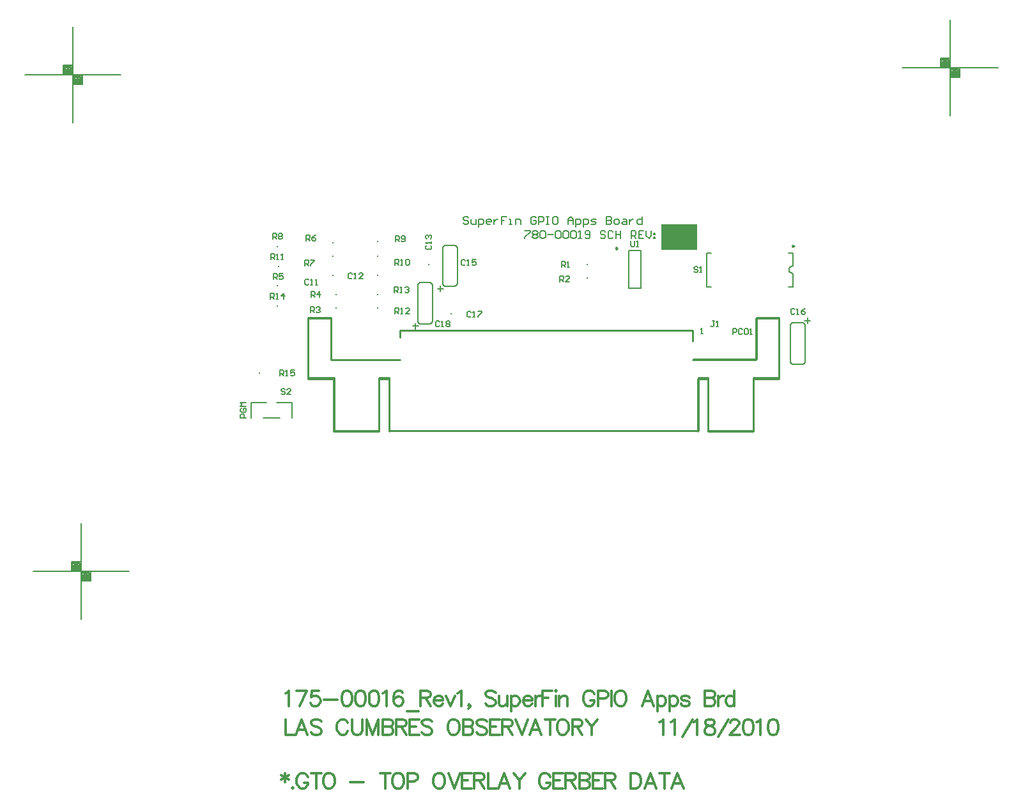
<source format=gto>
%FSLAX23Y23*%
%MOIN*%
G70*
G01*
G75*
G04 Layer_Color=65535*
%ADD10R,0.030X0.060*%
%ADD11R,0.048X0.078*%
%ADD12O,0.098X0.028*%
%ADD13R,0.031X0.060*%
%ADD14R,0.014X0.060*%
%ADD15R,0.030X0.100*%
%ADD16R,0.039X0.059*%
%ADD17R,0.050X0.050*%
%ADD18R,0.050X0.050*%
%ADD19C,0.020*%
%ADD20C,0.005*%
%ADD21C,0.010*%
%ADD22C,0.012*%
%ADD23C,0.008*%
%ADD24C,0.012*%
%ADD25C,0.012*%
%ADD26C,0.055*%
%ADD27C,0.059*%
%ADD28R,0.059X0.059*%
%ADD29R,0.059X0.059*%
%ADD30C,0.219*%
%ADD31C,0.024*%
%ADD32C,0.040*%
G04:AMPARAMS|DCode=33|XSize=93.465mil|YSize=93.465mil|CornerRadius=0mil|HoleSize=0mil|Usage=FLASHONLY|Rotation=0.000|XOffset=0mil|YOffset=0mil|HoleType=Round|Shape=Relief|Width=10mil|Gap=10mil|Entries=4|*
%AMTHD33*
7,0,0,0.093,0.073,0.010,45*
%
%ADD33THD33*%
%ADD34C,0.073*%
%ADD35C,0.075*%
G04:AMPARAMS|DCode=36|XSize=95.433mil|YSize=95.433mil|CornerRadius=0mil|HoleSize=0mil|Usage=FLASHONLY|Rotation=0.000|XOffset=0mil|YOffset=0mil|HoleType=Round|Shape=Relief|Width=10mil|Gap=10mil|Entries=4|*
%AMTHD36*
7,0,0,0.095,0.075,0.010,45*
%
%ADD36THD36*%
%ADD37C,0.206*%
G04:AMPARAMS|DCode=38|XSize=70mil|YSize=70mil|CornerRadius=0mil|HoleSize=0mil|Usage=FLASHONLY|Rotation=0.000|XOffset=0mil|YOffset=0mil|HoleType=Round|Shape=Relief|Width=10mil|Gap=10mil|Entries=4|*
%AMTHD38*
7,0,0,0.070,0.050,0.010,45*
%
%ADD38THD38*%
%ADD39C,0.050*%
%ADD40O,0.091X0.024*%
%ADD41R,0.020X0.016*%
%ADD42R,0.020X0.020*%
%ADD43O,0.079X0.024*%
%ADD44R,0.017X0.045*%
%ADD45C,0.007*%
%ADD46C,0.010*%
%ADD47C,0.010*%
%ADD48C,0.008*%
%ADD49C,0.007*%
%ADD50C,0.006*%
%ADD51R,0.189X0.132*%
D20*
X23755Y16358D02*
X23750Y16363D01*
X23740D01*
X23735Y16358D01*
Y16353D01*
X23740Y16348D01*
X23750D01*
X23755Y16343D01*
Y16338D01*
X23750Y16333D01*
X23740D01*
X23735Y16338D01*
X23765Y16333D02*
X23775D01*
X23770D01*
Y16363D01*
X23765Y16358D01*
X22542Y16394D02*
X22537Y16399D01*
X22527D01*
X22522Y16394D01*
Y16374D01*
X22527Y16369D01*
X22537D01*
X22542Y16374D01*
X22552Y16369D02*
X22562D01*
X22557D01*
Y16399D01*
X22552Y16394D01*
X22597Y16399D02*
X22577D01*
Y16384D01*
X22587Y16389D01*
X22592D01*
X22597Y16384D01*
Y16374D01*
X22592Y16369D01*
X22582D01*
X22577Y16374D01*
X23405Y16498D02*
Y16473D01*
X23410Y16468D01*
X23420D01*
X23425Y16473D01*
Y16498D01*
X23435Y16468D02*
X23445D01*
X23440D01*
Y16498D01*
X23435Y16493D01*
X23843Y16079D02*
X23833D01*
X23838D01*
Y16054D01*
X23833Y16049D01*
X23828D01*
X23823Y16054D01*
X23853Y16049D02*
X23863D01*
X23858D01*
Y16079D01*
X23853Y16074D01*
X23937Y16010D02*
Y16040D01*
X23952D01*
X23957Y16035D01*
Y16025D01*
X23952Y16020D01*
X23937D01*
X23987Y16035D02*
X23982Y16040D01*
X23972D01*
X23967Y16035D01*
Y16015D01*
X23972Y16010D01*
X23982D01*
X23987Y16015D01*
X23997Y16035D02*
X24002Y16040D01*
X24012D01*
X24017Y16035D01*
Y16015D01*
X24012Y16010D01*
X24002D01*
X23997Y16015D01*
Y16035D01*
X24027Y16010D02*
X24037D01*
X24032D01*
Y16040D01*
X24027Y16035D01*
X23771Y16012D02*
X23781D01*
X23776D01*
Y16042D01*
X23771Y16037D01*
X21603Y15721D02*
X21598Y15726D01*
X21588D01*
X21583Y15721D01*
Y15716D01*
X21588Y15711D01*
X21598D01*
X21603Y15706D01*
Y15701D01*
X21598Y15696D01*
X21588D01*
X21583Y15701D01*
X21633Y15696D02*
X21613D01*
X21633Y15716D01*
Y15721D01*
X21628Y15726D01*
X21618D01*
X21613Y15721D01*
X21576Y15793D02*
Y15823D01*
X21591D01*
X21596Y15818D01*
Y15808D01*
X21591Y15803D01*
X21576D01*
X21586D02*
X21596Y15793D01*
X21606D02*
X21616D01*
X21611D01*
Y15823D01*
X21606Y15818D01*
X21651Y15823D02*
X21631D01*
Y15808D01*
X21641Y15813D01*
X21646D01*
X21651Y15808D01*
Y15798D01*
X21646Y15793D01*
X21636D01*
X21631Y15798D01*
X21526Y16195D02*
Y16225D01*
X21541D01*
X21546Y16220D01*
Y16210D01*
X21541Y16205D01*
X21526D01*
X21536D02*
X21546Y16195D01*
X21556D02*
X21566D01*
X21561D01*
Y16225D01*
X21556Y16220D01*
X21596Y16195D02*
Y16225D01*
X21581Y16210D01*
X21601D01*
X22172Y16228D02*
Y16258D01*
X22187D01*
X22192Y16253D01*
Y16243D01*
X22187Y16238D01*
X22172D01*
X22182D02*
X22192Y16228D01*
X22202D02*
X22212D01*
X22207D01*
Y16258D01*
X22202Y16253D01*
X22227D02*
X22232Y16258D01*
X22242D01*
X22247Y16253D01*
Y16248D01*
X22242Y16243D01*
X22237D01*
X22242D01*
X22247Y16238D01*
Y16233D01*
X22242Y16228D01*
X22232D01*
X22227Y16233D01*
X22175Y16118D02*
Y16148D01*
X22190D01*
X22195Y16143D01*
Y16133D01*
X22190Y16128D01*
X22175D01*
X22185D02*
X22195Y16118D01*
X22205D02*
X22215D01*
X22210D01*
Y16148D01*
X22205Y16143D01*
X22250Y16118D02*
X22230D01*
X22250Y16138D01*
Y16143D01*
X22245Y16148D01*
X22235D01*
X22230Y16143D01*
X21527Y16400D02*
Y16430D01*
X21542D01*
X21547Y16425D01*
Y16415D01*
X21542Y16410D01*
X21527D01*
X21537D02*
X21547Y16400D01*
X21557D02*
X21567D01*
X21562D01*
Y16430D01*
X21557Y16425D01*
X21582Y16400D02*
X21592D01*
X21587D01*
Y16430D01*
X21582Y16425D01*
X22175Y16371D02*
Y16401D01*
X22190D01*
X22195Y16396D01*
Y16386D01*
X22190Y16381D01*
X22175D01*
X22185D02*
X22195Y16371D01*
X22205D02*
X22215D01*
X22210D01*
Y16401D01*
X22205Y16396D01*
X22230D02*
X22235Y16401D01*
X22245D01*
X22250Y16396D01*
Y16376D01*
X22245Y16371D01*
X22235D01*
X22230Y16376D01*
Y16396D01*
X22177Y16492D02*
Y16522D01*
X22192D01*
X22197Y16517D01*
Y16507D01*
X22192Y16502D01*
X22177D01*
X22187D02*
X22197Y16492D01*
X22207Y16497D02*
X22212Y16492D01*
X22222D01*
X22227Y16497D01*
Y16517D01*
X22222Y16522D01*
X22212D01*
X22207Y16517D01*
Y16512D01*
X22212Y16507D01*
X22227D01*
X21538Y16506D02*
Y16536D01*
X21553D01*
X21558Y16531D01*
Y16521D01*
X21553Y16516D01*
X21538D01*
X21548D02*
X21558Y16506D01*
X21568Y16531D02*
X21573Y16536D01*
X21583D01*
X21588Y16531D01*
Y16526D01*
X21583Y16521D01*
X21588Y16516D01*
Y16511D01*
X21583Y16506D01*
X21573D01*
X21568Y16511D01*
Y16516D01*
X21573Y16521D01*
X21568Y16526D01*
Y16531D01*
X21573Y16521D02*
X21583D01*
X21705Y16368D02*
Y16398D01*
X21720D01*
X21725Y16393D01*
Y16383D01*
X21720Y16378D01*
X21705D01*
X21715D02*
X21725Y16368D01*
X21735Y16398D02*
X21755D01*
Y16393D01*
X21735Y16373D01*
Y16368D01*
X21712Y16497D02*
Y16527D01*
X21727D01*
X21732Y16522D01*
Y16512D01*
X21727Y16507D01*
X21712D01*
X21722D02*
X21732Y16497D01*
X21762Y16527D02*
X21752Y16522D01*
X21742Y16512D01*
Y16502D01*
X21747Y16497D01*
X21757D01*
X21762Y16502D01*
Y16507D01*
X21757Y16512D01*
X21742D01*
X21540Y16296D02*
Y16326D01*
X21555D01*
X21560Y16321D01*
Y16311D01*
X21555Y16306D01*
X21540D01*
X21550D02*
X21560Y16296D01*
X21590Y16326D02*
X21570D01*
Y16311D01*
X21580Y16316D01*
X21585D01*
X21590Y16311D01*
Y16301D01*
X21585Y16296D01*
X21575D01*
X21570Y16301D01*
X21737Y16203D02*
Y16233D01*
X21752D01*
X21757Y16228D01*
Y16218D01*
X21752Y16213D01*
X21737D01*
X21747D02*
X21757Y16203D01*
X21782D02*
Y16233D01*
X21767Y16218D01*
X21787D01*
X21734Y16122D02*
Y16152D01*
X21749D01*
X21754Y16147D01*
Y16137D01*
X21749Y16132D01*
X21734D01*
X21744D02*
X21754Y16122D01*
X21764Y16147D02*
X21769Y16152D01*
X21779D01*
X21784Y16147D01*
Y16142D01*
X21779Y16137D01*
X21774D01*
X21779D01*
X21784Y16132D01*
Y16127D01*
X21779Y16122D01*
X21769D01*
X21764Y16127D01*
X23036Y16285D02*
Y16315D01*
X23051D01*
X23056Y16310D01*
Y16300D01*
X23051Y16295D01*
X23036D01*
X23046D02*
X23056Y16285D01*
X23086D02*
X23066D01*
X23086Y16305D01*
Y16310D01*
X23081Y16315D01*
X23071D01*
X23066Y16310D01*
X23044Y16359D02*
Y16389D01*
X23059D01*
X23064Y16384D01*
Y16374D01*
X23059Y16369D01*
X23044D01*
X23054D02*
X23064Y16359D01*
X23074D02*
X23084D01*
X23079D01*
Y16389D01*
X23074Y16384D01*
X22408Y16074D02*
X22403Y16079D01*
X22393D01*
X22388Y16074D01*
Y16054D01*
X22393Y16049D01*
X22403D01*
X22408Y16054D01*
X22418Y16049D02*
X22428D01*
X22423D01*
Y16079D01*
X22418Y16074D01*
X22443D02*
X22448Y16079D01*
X22458D01*
X22463Y16074D01*
Y16069D01*
X22458Y16064D01*
X22463Y16059D01*
Y16054D01*
X22458Y16049D01*
X22448D01*
X22443Y16054D01*
Y16059D01*
X22448Y16064D01*
X22443Y16069D01*
Y16074D01*
X22448Y16064D02*
X22458D01*
X22572Y16125D02*
X22567Y16130D01*
X22557D01*
X22552Y16125D01*
Y16105D01*
X22557Y16100D01*
X22567D01*
X22572Y16105D01*
X22582Y16100D02*
X22592D01*
X22587D01*
Y16130D01*
X22582Y16125D01*
X22607Y16130D02*
X22627D01*
Y16125D01*
X22607Y16105D01*
Y16100D01*
X24261Y16139D02*
X24256Y16144D01*
X24246D01*
X24241Y16139D01*
Y16119D01*
X24246Y16114D01*
X24256D01*
X24261Y16119D01*
X24271Y16114D02*
X24281D01*
X24276D01*
Y16144D01*
X24271Y16139D01*
X24316Y16144D02*
X24306Y16139D01*
X24296Y16129D01*
Y16119D01*
X24301Y16114D01*
X24311D01*
X24316Y16119D01*
Y16124D01*
X24311Y16129D01*
X24296D01*
X22340Y16473D02*
X22335Y16468D01*
Y16458D01*
X22340Y16453D01*
X22360D01*
X22365Y16458D01*
Y16468D01*
X22360Y16473D01*
X22365Y16483D02*
Y16493D01*
Y16488D01*
X22335D01*
X22340Y16483D01*
Y16508D02*
X22335Y16513D01*
Y16523D01*
X22340Y16528D01*
X22345D01*
X22350Y16523D01*
Y16518D01*
Y16523D01*
X22355Y16528D01*
X22360D01*
X22365Y16523D01*
Y16513D01*
X22360Y16508D01*
X21952Y16325D02*
X21947Y16330D01*
X21937D01*
X21932Y16325D01*
Y16305D01*
X21937Y16300D01*
X21947D01*
X21952Y16305D01*
X21962Y16300D02*
X21972D01*
X21967D01*
Y16330D01*
X21962Y16325D01*
X22007Y16300D02*
X21987D01*
X22007Y16320D01*
Y16325D01*
X22002Y16330D01*
X21992D01*
X21987Y16325D01*
X21726Y16292D02*
X21721Y16297D01*
X21711D01*
X21706Y16292D01*
Y16272D01*
X21711Y16267D01*
X21721D01*
X21726Y16272D01*
X21736Y16267D02*
X21746D01*
X21741D01*
Y16297D01*
X21736Y16292D01*
X21761Y16267D02*
X21771D01*
X21766D01*
Y16297D01*
X21761Y16292D01*
X21399Y15574D02*
X21369D01*
Y15589D01*
X21374Y15594D01*
X21384D01*
X21389Y15589D01*
Y15574D01*
X21374Y15624D02*
X21369Y15619D01*
Y15609D01*
X21374Y15604D01*
X21394D01*
X21399Y15609D01*
Y15619D01*
X21394Y15624D01*
X21384D01*
Y15614D01*
X21399Y15634D02*
X21369D01*
X21379Y15644D01*
X21369Y15654D01*
X21399D01*
D21*
X24257Y16471D02*
X24249Y16475D01*
Y16467D01*
X24257Y16471D01*
X22200Y15995D02*
Y16030D01*
X23729D01*
X24059Y15877D02*
Y16093D01*
X24178Y15778D02*
Y16093D01*
X23756Y15503D02*
Y15778D01*
X23807Y15503D02*
Y15778D01*
X24044Y15503D02*
Y15778D01*
X23756D02*
X23807D01*
X24059Y16093D02*
X24178D01*
X24044Y15778D02*
X24178D01*
X23729Y15877D02*
X24059D01*
X23807Y15503D02*
X24044D01*
X21856D02*
X22092D01*
X21722Y15778D02*
X21856D01*
X21722Y16093D02*
X21840D01*
X22092Y15778D02*
X22144D01*
X21856Y15503D02*
Y15778D01*
X22092Y15503D02*
Y15778D01*
X22144Y15503D02*
Y15778D01*
X21722D02*
Y16093D01*
X21840Y15877D02*
Y16093D01*
X21841Y15881D02*
Y16097D01*
X21723Y15782D02*
Y16097D01*
X22145Y15507D02*
Y15782D01*
X22093Y15507D02*
Y15782D01*
X21857Y15507D02*
Y15782D01*
X22093D02*
X22145D01*
X21723Y16097D02*
X21841D01*
X21723Y15782D02*
X21857D01*
X21841Y15876D02*
X22200D01*
X21857Y15507D02*
X22093D01*
X22144D02*
X23757D01*
X23809D02*
X24045D01*
X23730Y15881D02*
X24061D01*
X24045Y15782D02*
X24179D01*
X24061Y16097D02*
X24179D01*
X23757Y15782D02*
X23809D01*
X24045Y15507D02*
Y15782D01*
X23809Y15507D02*
Y15782D01*
X23757Y15507D02*
Y15782D01*
X24179D02*
Y16097D01*
X24061Y15881D02*
Y16097D01*
X23728Y15972D02*
X23729Y16030D01*
D22*
X21602Y13720D02*
Y13675D01*
X21583Y13709D02*
X21621Y13686D01*
Y13709D02*
X21583Y13686D01*
X21641Y13648D02*
X21637Y13644D01*
X21641Y13640D01*
X21645Y13644D01*
X21641Y13648D01*
X21720Y13701D02*
X21716Y13709D01*
X21708Y13716D01*
X21701Y13720D01*
X21685D01*
X21678Y13716D01*
X21670Y13709D01*
X21666Y13701D01*
X21662Y13690D01*
Y13671D01*
X21666Y13659D01*
X21670Y13652D01*
X21678Y13644D01*
X21685Y13640D01*
X21701D01*
X21708Y13644D01*
X21716Y13652D01*
X21720Y13659D01*
Y13671D01*
X21701D02*
X21720D01*
X21765Y13720D02*
Y13640D01*
X21738Y13720D02*
X21791D01*
X21824D02*
X21816Y13716D01*
X21808Y13709D01*
X21805Y13701D01*
X21801Y13690D01*
Y13671D01*
X21805Y13659D01*
X21808Y13652D01*
X21816Y13644D01*
X21824Y13640D01*
X21839D01*
X21846Y13644D01*
X21854Y13652D01*
X21858Y13659D01*
X21862Y13671D01*
Y13690D01*
X21858Y13701D01*
X21854Y13709D01*
X21846Y13716D01*
X21839Y13720D01*
X21824D01*
X21943Y13675D02*
X22012D01*
X22125Y13720D02*
Y13640D01*
X22098Y13720D02*
X22152D01*
X22184D02*
X22176Y13716D01*
X22169Y13709D01*
X22165Y13701D01*
X22161Y13690D01*
Y13671D01*
X22165Y13659D01*
X22169Y13652D01*
X22176Y13644D01*
X22184Y13640D01*
X22199D01*
X22207Y13644D01*
X22214Y13652D01*
X22218Y13659D01*
X22222Y13671D01*
Y13690D01*
X22218Y13701D01*
X22214Y13709D01*
X22207Y13716D01*
X22199Y13720D01*
X22184D01*
X22241Y13678D02*
X22275D01*
X22286Y13682D01*
X22290Y13686D01*
X22294Y13694D01*
Y13705D01*
X22290Y13713D01*
X22286Y13716D01*
X22275Y13720D01*
X22241D01*
Y13640D01*
X22398Y13720D02*
X22390Y13716D01*
X22382Y13709D01*
X22379Y13701D01*
X22375Y13690D01*
Y13671D01*
X22379Y13659D01*
X22382Y13652D01*
X22390Y13644D01*
X22398Y13640D01*
X22413D01*
X22420Y13644D01*
X22428Y13652D01*
X22432Y13659D01*
X22436Y13671D01*
Y13690D01*
X22432Y13701D01*
X22428Y13709D01*
X22420Y13716D01*
X22413Y13720D01*
X22398D01*
X22454D02*
X22485Y13640D01*
X22515Y13720D02*
X22485Y13640D01*
X22575Y13720D02*
X22526D01*
Y13640D01*
X22575D01*
X22526Y13682D02*
X22556D01*
X22588Y13720D02*
Y13640D01*
Y13720D02*
X22623D01*
X22634Y13716D01*
X22638Y13713D01*
X22642Y13705D01*
Y13697D01*
X22638Y13690D01*
X22634Y13686D01*
X22623Y13682D01*
X22588D01*
X22615D02*
X22642Y13640D01*
X22660Y13720D02*
Y13640D01*
X22705D01*
X22775D02*
X22745Y13720D01*
X22714Y13640D01*
X22725Y13667D02*
X22764D01*
X22794Y13720D02*
X22824Y13682D01*
Y13640D01*
X22855Y13720D02*
X22824Y13682D01*
X22985Y13701D02*
X22981Y13709D01*
X22973Y13716D01*
X22966Y13720D01*
X22951D01*
X22943Y13716D01*
X22935Y13709D01*
X22932Y13701D01*
X22928Y13690D01*
Y13671D01*
X22932Y13659D01*
X22935Y13652D01*
X22943Y13644D01*
X22951Y13640D01*
X22966D01*
X22973Y13644D01*
X22981Y13652D01*
X22985Y13659D01*
Y13671D01*
X22966D02*
X22985D01*
X23053Y13720D02*
X23003D01*
Y13640D01*
X23053D01*
X23003Y13682D02*
X23034D01*
X23066Y13720D02*
Y13640D01*
Y13720D02*
X23100D01*
X23112Y13716D01*
X23115Y13713D01*
X23119Y13705D01*
Y13697D01*
X23115Y13690D01*
X23112Y13686D01*
X23100Y13682D01*
X23066D01*
X23093D02*
X23119Y13640D01*
X23137Y13720D02*
Y13640D01*
Y13720D02*
X23171D01*
X23183Y13716D01*
X23187Y13713D01*
X23191Y13705D01*
Y13697D01*
X23187Y13690D01*
X23183Y13686D01*
X23171Y13682D01*
X23137D02*
X23171D01*
X23183Y13678D01*
X23187Y13675D01*
X23191Y13667D01*
Y13656D01*
X23187Y13648D01*
X23183Y13644D01*
X23171Y13640D01*
X23137D01*
X23258Y13720D02*
X23208D01*
Y13640D01*
X23258D01*
X23208Y13682D02*
X23239D01*
X23271Y13720D02*
Y13640D01*
Y13720D02*
X23306D01*
X23317Y13716D01*
X23321Y13713D01*
X23325Y13705D01*
Y13697D01*
X23321Y13690D01*
X23317Y13686D01*
X23306Y13682D01*
X23271D01*
X23298D02*
X23325Y13640D01*
X23405Y13720D02*
Y13640D01*
Y13720D02*
X23432D01*
X23443Y13716D01*
X23451Y13709D01*
X23455Y13701D01*
X23459Y13690D01*
Y13671D01*
X23455Y13659D01*
X23451Y13652D01*
X23443Y13644D01*
X23432Y13640D01*
X23405D01*
X23538D02*
X23507Y13720D01*
X23477Y13640D01*
X23488Y13667D02*
X23526D01*
X23583Y13720D02*
Y13640D01*
X23556Y13720D02*
X23609D01*
X23680Y13640D02*
X23649Y13720D01*
X23619Y13640D01*
X23630Y13667D02*
X23669D01*
D23*
X22438Y16475D02*
X22428Y16471D01*
X22424Y16461D01*
X22500D02*
X22495Y16471D01*
X22486Y16475D01*
Y16259D02*
X22495Y16263D01*
X22500Y16273D01*
X22424D02*
X22428Y16263D01*
X22438Y16259D01*
X22308Y16280D02*
X22298Y16276D01*
X22294Y16266D01*
X22370D02*
X22365Y16276D01*
X22356Y16280D01*
Y16064D02*
X22365Y16068D01*
X22370Y16078D01*
X22294D02*
X22298Y16068D01*
X22308Y16064D01*
X24301Y15854D02*
X24310Y15858D01*
X24315Y15868D01*
X24239D02*
X24243Y15858D01*
X24253Y15854D01*
Y16070D02*
X24243Y16066D01*
X24239Y16056D01*
X24315D02*
X24310Y16066D01*
X24301Y16070D01*
X22500Y16273D02*
Y16461D01*
X22424Y16273D02*
Y16461D01*
X22438Y16259D02*
X22486D01*
X22438Y16475D02*
X22486D01*
X22370Y16078D02*
Y16266D01*
X22294Y16078D02*
Y16266D01*
X22308Y16064D02*
X22356D01*
X22308Y16280D02*
X22356D01*
X24239Y15868D02*
Y16056D01*
X24315Y15868D02*
Y16056D01*
X24253Y16070D02*
X24301D01*
X24253Y15854D02*
X24301D01*
X24820Y17399D02*
X25320D01*
X25070Y17149D02*
Y17649D01*
X25020Y17399D02*
Y17449D01*
X25070D01*
X25120Y17349D02*
Y17399D01*
X25070Y17349D02*
X25120D01*
X25075Y17394D02*
X25115D01*
Y17354D02*
Y17394D01*
X25075Y17354D02*
X25115D01*
X25075D02*
Y17394D01*
X25080Y17389D02*
X25110D01*
Y17359D02*
Y17389D01*
X25080Y17359D02*
X25110D01*
X25080D02*
Y17384D01*
X25085D02*
X25105D01*
Y17364D02*
Y17384D01*
X25085Y17364D02*
X25105D01*
X25085D02*
Y17379D01*
X25090D02*
X25100D01*
Y17369D02*
Y17379D01*
X25090Y17369D02*
X25100D01*
X25090D02*
Y17379D01*
Y17374D02*
X25100D01*
X25025Y17444D02*
X25065D01*
Y17404D02*
Y17444D01*
X25025Y17404D02*
X25065D01*
X25025D02*
Y17444D01*
X25030Y17439D02*
X25060D01*
Y17409D02*
Y17439D01*
X25030Y17409D02*
X25060D01*
X25030D02*
Y17434D01*
X25035D02*
X25055D01*
Y17414D02*
Y17434D01*
X25035Y17414D02*
X25055D01*
X25035D02*
Y17429D01*
X25040D02*
X25050D01*
Y17419D02*
Y17429D01*
X25040Y17419D02*
X25050D01*
X25040D02*
Y17429D01*
Y17424D02*
X25050D01*
X20287Y14772D02*
X20787D01*
X20537Y14522D02*
Y15022D01*
X20487Y14772D02*
Y14822D01*
X20537D01*
X20587Y14722D02*
Y14772D01*
X20537Y14722D02*
X20587D01*
X20542Y14767D02*
X20582D01*
Y14727D02*
Y14767D01*
X20542Y14727D02*
X20582D01*
X20542D02*
Y14767D01*
X20547Y14762D02*
X20577D01*
Y14732D02*
Y14762D01*
X20547Y14732D02*
X20577D01*
X20547D02*
Y14757D01*
X20552D02*
X20572D01*
Y14737D02*
Y14757D01*
X20552Y14737D02*
X20572D01*
X20552D02*
Y14752D01*
X20557D02*
X20567D01*
Y14742D02*
Y14752D01*
X20557Y14742D02*
X20567D01*
X20557D02*
Y14752D01*
Y14747D02*
X20567D01*
X20492Y14817D02*
X20532D01*
Y14777D02*
Y14817D01*
X20492Y14777D02*
X20532D01*
X20492D02*
Y14817D01*
X20497Y14812D02*
X20527D01*
Y14782D02*
Y14812D01*
X20497Y14782D02*
X20527D01*
X20497D02*
Y14807D01*
X20502D02*
X20522D01*
Y14787D02*
Y14807D01*
X20502Y14787D02*
X20522D01*
X20502D02*
Y14802D01*
X20507D02*
X20517D01*
Y14792D02*
Y14802D01*
X20507Y14792D02*
X20517D01*
X20507D02*
Y14802D01*
Y14797D02*
X20517D01*
X20246Y17365D02*
X20746D01*
X20496Y17115D02*
Y17615D01*
X20446Y17365D02*
Y17415D01*
X20496D01*
X20546Y17315D02*
Y17365D01*
X20496Y17315D02*
X20546D01*
X20501Y17360D02*
X20541D01*
Y17320D02*
Y17360D01*
X20501Y17320D02*
X20541D01*
X20501D02*
Y17360D01*
X20506Y17355D02*
X20536D01*
Y17325D02*
Y17355D01*
X20506Y17325D02*
X20536D01*
X20506D02*
Y17350D01*
X20511D02*
X20531D01*
Y17330D02*
Y17350D01*
X20511Y17330D02*
X20531D01*
X20511D02*
Y17345D01*
X20516D02*
X20526D01*
Y17335D02*
Y17345D01*
X20516Y17335D02*
X20526D01*
X20516D02*
Y17345D01*
Y17340D02*
X20526D01*
X20451Y17410D02*
X20491D01*
Y17370D02*
Y17410D01*
X20451Y17370D02*
X20491D01*
X20451D02*
Y17410D01*
X20456Y17405D02*
X20486D01*
Y17375D02*
Y17405D01*
X20456Y17375D02*
X20486D01*
X20456D02*
Y17400D01*
X20461D02*
X20481D01*
Y17380D02*
Y17400D01*
X20461Y17380D02*
X20481D01*
X20461D02*
Y17395D01*
X20466D02*
X20476D01*
Y17385D02*
Y17395D01*
X20466Y17385D02*
X20476D01*
X20466D02*
Y17395D01*
Y17390D02*
X20476D01*
D24*
X21604Y14001D02*
Y13921D01*
X21650D01*
X21719D02*
X21689Y14001D01*
X21658Y13921D01*
X21670Y13948D02*
X21708D01*
X21791Y13989D02*
X21784Y13997D01*
X21772Y14001D01*
X21757D01*
X21746Y13997D01*
X21738Y13989D01*
Y13982D01*
X21742Y13974D01*
X21746Y13970D01*
X21753Y13967D01*
X21776Y13959D01*
X21784Y13955D01*
X21787Y13951D01*
X21791Y13944D01*
Y13932D01*
X21784Y13925D01*
X21772Y13921D01*
X21757D01*
X21746Y13925D01*
X21738Y13932D01*
X21929Y13982D02*
X21925Y13989D01*
X21918Y13997D01*
X21910Y14001D01*
X21895D01*
X21887Y13997D01*
X21880Y13989D01*
X21876Y13982D01*
X21872Y13970D01*
Y13951D01*
X21876Y13940D01*
X21880Y13932D01*
X21887Y13925D01*
X21895Y13921D01*
X21910D01*
X21918Y13925D01*
X21925Y13932D01*
X21929Y13940D01*
X21952Y14001D02*
Y13944D01*
X21955Y13932D01*
X21963Y13925D01*
X21974Y13921D01*
X21982D01*
X21994Y13925D01*
X22001Y13932D01*
X22005Y13944D01*
Y14001D01*
X22027D02*
Y13921D01*
Y14001D02*
X22058Y13921D01*
X22088Y14001D02*
X22058Y13921D01*
X22088Y14001D02*
Y13921D01*
X22111Y14001D02*
Y13921D01*
Y14001D02*
X22145D01*
X22157Y13997D01*
X22160Y13993D01*
X22164Y13986D01*
Y13978D01*
X22160Y13970D01*
X22157Y13967D01*
X22145Y13963D01*
X22111D02*
X22145D01*
X22157Y13959D01*
X22160Y13955D01*
X22164Y13948D01*
Y13936D01*
X22160Y13928D01*
X22157Y13925D01*
X22145Y13921D01*
X22111D01*
X22182Y14001D02*
Y13921D01*
Y14001D02*
X22216D01*
X22228Y13997D01*
X22232Y13993D01*
X22235Y13986D01*
Y13978D01*
X22232Y13970D01*
X22228Y13967D01*
X22216Y13963D01*
X22182D01*
X22209D02*
X22235Y13921D01*
X22303Y14001D02*
X22253D01*
Y13921D01*
X22303D01*
X22253Y13963D02*
X22284D01*
X22369Y13989D02*
X22362Y13997D01*
X22350Y14001D01*
X22335D01*
X22324Y13997D01*
X22316Y13989D01*
Y13982D01*
X22320Y13974D01*
X22324Y13970D01*
X22331Y13967D01*
X22354Y13959D01*
X22362Y13955D01*
X22366Y13951D01*
X22369Y13944D01*
Y13932D01*
X22362Y13925D01*
X22350Y13921D01*
X22335D01*
X22324Y13925D01*
X22316Y13932D01*
X22473Y14001D02*
X22465Y13997D01*
X22458Y13989D01*
X22454Y13982D01*
X22450Y13970D01*
Y13951D01*
X22454Y13940D01*
X22458Y13932D01*
X22465Y13925D01*
X22473Y13921D01*
X22488D01*
X22496Y13925D01*
X22504Y13932D01*
X22507Y13940D01*
X22511Y13951D01*
Y13970D01*
X22507Y13982D01*
X22504Y13989D01*
X22496Y13997D01*
X22488Y14001D01*
X22473D01*
X22530D02*
Y13921D01*
Y14001D02*
X22564D01*
X22576Y13997D01*
X22579Y13993D01*
X22583Y13986D01*
Y13978D01*
X22579Y13970D01*
X22576Y13967D01*
X22564Y13963D01*
X22530D02*
X22564D01*
X22576Y13959D01*
X22579Y13955D01*
X22583Y13948D01*
Y13936D01*
X22579Y13928D01*
X22576Y13925D01*
X22564Y13921D01*
X22530D01*
X22654Y13989D02*
X22647Y13997D01*
X22635Y14001D01*
X22620D01*
X22609Y13997D01*
X22601Y13989D01*
Y13982D01*
X22605Y13974D01*
X22609Y13970D01*
X22616Y13967D01*
X22639Y13959D01*
X22647Y13955D01*
X22651Y13951D01*
X22654Y13944D01*
Y13932D01*
X22647Y13925D01*
X22635Y13921D01*
X22620D01*
X22609Y13925D01*
X22601Y13932D01*
X22722Y14001D02*
X22672D01*
Y13921D01*
X22722D01*
X22672Y13963D02*
X22703D01*
X22735Y14001D02*
Y13921D01*
Y14001D02*
X22769D01*
X22781Y13997D01*
X22785Y13993D01*
X22788Y13986D01*
Y13978D01*
X22785Y13970D01*
X22781Y13967D01*
X22769Y13963D01*
X22735D01*
X22762D02*
X22788Y13921D01*
X22806Y14001D02*
X22837Y13921D01*
X22867Y14001D02*
X22837Y13921D01*
X22938D02*
X22908Y14001D01*
X22878Y13921D01*
X22889Y13948D02*
X22927D01*
X22984Y14001D02*
Y13921D01*
X22957Y14001D02*
X23010D01*
X23043D02*
X23035Y13997D01*
X23028Y13989D01*
X23024Y13982D01*
X23020Y13970D01*
Y13951D01*
X23024Y13940D01*
X23028Y13932D01*
X23035Y13925D01*
X23043Y13921D01*
X23058D01*
X23066Y13925D01*
X23073Y13932D01*
X23077Y13940D01*
X23081Y13951D01*
Y13970D01*
X23077Y13982D01*
X23073Y13989D01*
X23066Y13997D01*
X23058Y14001D01*
X23043D01*
X23100D02*
Y13921D01*
Y14001D02*
X23134D01*
X23145Y13997D01*
X23149Y13993D01*
X23153Y13986D01*
Y13978D01*
X23149Y13970D01*
X23145Y13967D01*
X23134Y13963D01*
X23100D01*
X23126D02*
X23153Y13921D01*
X23171Y14001D02*
X23201Y13963D01*
Y13921D01*
X23232Y14001D02*
X23201Y13963D01*
X23556Y13986D02*
X23564Y13989D01*
X23575Y14001D01*
Y13921D01*
X23615Y13986D02*
X23623Y13989D01*
X23634Y14001D01*
Y13921D01*
X23674Y13909D02*
X23727Y14001D01*
X23732Y13986D02*
X23740Y13989D01*
X23751Y14001D01*
Y13921D01*
X23810Y14001D02*
X23798Y13997D01*
X23795Y13989D01*
Y13982D01*
X23798Y13974D01*
X23806Y13970D01*
X23821Y13967D01*
X23833Y13963D01*
X23840Y13955D01*
X23844Y13948D01*
Y13936D01*
X23840Y13928D01*
X23837Y13925D01*
X23825Y13921D01*
X23810D01*
X23798Y13925D01*
X23795Y13928D01*
X23791Y13936D01*
Y13948D01*
X23795Y13955D01*
X23802Y13963D01*
X23814Y13967D01*
X23829Y13970D01*
X23837Y13974D01*
X23840Y13982D01*
Y13989D01*
X23837Y13997D01*
X23825Y14001D01*
X23810D01*
X23862Y13909D02*
X23915Y14001D01*
X23925Y13982D02*
Y13986D01*
X23928Y13993D01*
X23932Y13997D01*
X23940Y14001D01*
X23955D01*
X23963Y13997D01*
X23966Y13993D01*
X23970Y13986D01*
Y13978D01*
X23966Y13970D01*
X23959Y13959D01*
X23921Y13921D01*
X23974D01*
X24015Y14001D02*
X24003Y13997D01*
X23996Y13986D01*
X23992Y13967D01*
Y13955D01*
X23996Y13936D01*
X24003Y13925D01*
X24015Y13921D01*
X24022D01*
X24034Y13925D01*
X24041Y13936D01*
X24045Y13955D01*
Y13967D01*
X24041Y13986D01*
X24034Y13997D01*
X24022Y14001D01*
X24015D01*
X24063Y13986D02*
X24071Y13989D01*
X24082Y14001D01*
Y13921D01*
X24145Y14001D02*
X24133Y13997D01*
X24126Y13986D01*
X24122Y13967D01*
Y13955D01*
X24126Y13936D01*
X24133Y13925D01*
X24145Y13921D01*
X24152D01*
X24164Y13925D01*
X24171Y13936D01*
X24175Y13955D01*
Y13967D01*
X24171Y13986D01*
X24164Y13997D01*
X24152Y14001D01*
X24145D01*
D25*
X21604Y14136D02*
X21612Y14139D01*
X21623Y14151D01*
Y14071D01*
X21716Y14151D02*
X21678Y14071D01*
X21663Y14151D02*
X21716D01*
X21779D02*
X21741D01*
X21738Y14117D01*
X21741Y14120D01*
X21753Y14124D01*
X21764D01*
X21776Y14120D01*
X21783Y14113D01*
X21787Y14101D01*
Y14094D01*
X21783Y14082D01*
X21776Y14075D01*
X21764Y14071D01*
X21753D01*
X21741Y14075D01*
X21738Y14079D01*
X21734Y14086D01*
X21805Y14105D02*
X21874D01*
X21920Y14151D02*
X21909Y14147D01*
X21901Y14136D01*
X21897Y14117D01*
Y14105D01*
X21901Y14086D01*
X21909Y14075D01*
X21920Y14071D01*
X21928D01*
X21939Y14075D01*
X21947Y14086D01*
X21950Y14105D01*
Y14117D01*
X21947Y14136D01*
X21939Y14147D01*
X21928Y14151D01*
X21920D01*
X21991D02*
X21980Y14147D01*
X21972Y14136D01*
X21968Y14117D01*
Y14105D01*
X21972Y14086D01*
X21980Y14075D01*
X21991Y14071D01*
X21999D01*
X22010Y14075D01*
X22018Y14086D01*
X22022Y14105D01*
Y14117D01*
X22018Y14136D01*
X22010Y14147D01*
X21999Y14151D01*
X21991D01*
X22062D02*
X22051Y14147D01*
X22043Y14136D01*
X22040Y14117D01*
Y14105D01*
X22043Y14086D01*
X22051Y14075D01*
X22062Y14071D01*
X22070D01*
X22082Y14075D01*
X22089Y14086D01*
X22093Y14105D01*
Y14117D01*
X22089Y14136D01*
X22082Y14147D01*
X22070Y14151D01*
X22062D01*
X22111Y14136D02*
X22118Y14139D01*
X22130Y14151D01*
Y14071D01*
X22215Y14139D02*
X22211Y14147D01*
X22200Y14151D01*
X22192D01*
X22181Y14147D01*
X22173Y14136D01*
X22169Y14117D01*
Y14098D01*
X22173Y14082D01*
X22181Y14075D01*
X22192Y14071D01*
X22196D01*
X22208Y14075D01*
X22215Y14082D01*
X22219Y14094D01*
Y14098D01*
X22215Y14109D01*
X22208Y14117D01*
X22196Y14120D01*
X22192D01*
X22181Y14117D01*
X22173Y14109D01*
X22169Y14098D01*
X22237Y14044D02*
X22297D01*
X22308Y14151D02*
Y14071D01*
Y14151D02*
X22342D01*
X22353Y14147D01*
X22357Y14143D01*
X22361Y14136D01*
Y14128D01*
X22357Y14120D01*
X22353Y14117D01*
X22342Y14113D01*
X22308D01*
X22334D02*
X22361Y14071D01*
X22379Y14101D02*
X22425D01*
Y14109D01*
X22421Y14117D01*
X22417Y14120D01*
X22409Y14124D01*
X22398D01*
X22390Y14120D01*
X22383Y14113D01*
X22379Y14101D01*
Y14094D01*
X22383Y14082D01*
X22390Y14075D01*
X22398Y14071D01*
X22409D01*
X22417Y14075D01*
X22425Y14082D01*
X22442Y14124D02*
X22465Y14071D01*
X22488Y14124D02*
X22465Y14071D01*
X22500Y14136D02*
X22508Y14139D01*
X22520Y14151D01*
Y14071D01*
X22567Y14075D02*
X22563Y14071D01*
X22559Y14075D01*
X22563Y14079D01*
X22567Y14075D01*
Y14067D01*
X22563Y14059D01*
X22559Y14056D01*
X22700Y14139D02*
X22693Y14147D01*
X22681Y14151D01*
X22666D01*
X22655Y14147D01*
X22647Y14139D01*
Y14132D01*
X22651Y14124D01*
X22655Y14120D01*
X22662Y14117D01*
X22685Y14109D01*
X22693Y14105D01*
X22697Y14101D01*
X22700Y14094D01*
Y14082D01*
X22693Y14075D01*
X22681Y14071D01*
X22666D01*
X22655Y14075D01*
X22647Y14082D01*
X22718Y14124D02*
Y14086D01*
X22722Y14075D01*
X22730Y14071D01*
X22741D01*
X22749Y14075D01*
X22760Y14086D01*
Y14124D02*
Y14071D01*
X22781Y14124D02*
Y14044D01*
Y14113D02*
X22789Y14120D01*
X22796Y14124D01*
X22808D01*
X22815Y14120D01*
X22823Y14113D01*
X22827Y14101D01*
Y14094D01*
X22823Y14082D01*
X22815Y14075D01*
X22808Y14071D01*
X22796D01*
X22789Y14075D01*
X22781Y14082D01*
X22844Y14101D02*
X22890D01*
Y14109D01*
X22886Y14117D01*
X22882Y14120D01*
X22874Y14124D01*
X22863D01*
X22855Y14120D01*
X22848Y14113D01*
X22844Y14101D01*
Y14094D01*
X22848Y14082D01*
X22855Y14075D01*
X22863Y14071D01*
X22874D01*
X22882Y14075D01*
X22890Y14082D01*
X22907Y14124D02*
Y14071D01*
Y14101D02*
X22911Y14113D01*
X22918Y14120D01*
X22926Y14124D01*
X22937D01*
X22945Y14151D02*
Y14071D01*
Y14151D02*
X22994D01*
X22945Y14113D02*
X22975D01*
X23011Y14151D02*
X23015Y14147D01*
X23018Y14151D01*
X23015Y14155D01*
X23011Y14151D01*
X23015Y14124D02*
Y14071D01*
X23033Y14124D02*
Y14071D01*
Y14109D02*
X23044Y14120D01*
X23052Y14124D01*
X23063D01*
X23071Y14120D01*
X23074Y14109D01*
Y14071D01*
X23215Y14132D02*
X23212Y14139D01*
X23204Y14147D01*
X23196Y14151D01*
X23181D01*
X23173Y14147D01*
X23166Y14139D01*
X23162Y14132D01*
X23158Y14120D01*
Y14101D01*
X23162Y14090D01*
X23166Y14082D01*
X23173Y14075D01*
X23181Y14071D01*
X23196D01*
X23204Y14075D01*
X23212Y14082D01*
X23215Y14090D01*
Y14101D01*
X23196D02*
X23215D01*
X23234Y14109D02*
X23268D01*
X23279Y14113D01*
X23283Y14117D01*
X23287Y14124D01*
Y14136D01*
X23283Y14143D01*
X23279Y14147D01*
X23268Y14151D01*
X23234D01*
Y14071D01*
X23305Y14151D02*
Y14071D01*
X23344Y14151D02*
X23337Y14147D01*
X23329Y14139D01*
X23325Y14132D01*
X23322Y14120D01*
Y14101D01*
X23325Y14090D01*
X23329Y14082D01*
X23337Y14075D01*
X23344Y14071D01*
X23360D01*
X23367Y14075D01*
X23375Y14082D01*
X23379Y14090D01*
X23383Y14101D01*
Y14120D01*
X23379Y14132D01*
X23375Y14139D01*
X23367Y14147D01*
X23360Y14151D01*
X23344D01*
X23525Y14071D02*
X23495Y14151D01*
X23464Y14071D01*
X23476Y14098D02*
X23514D01*
X23544Y14124D02*
Y14044D01*
Y14113D02*
X23551Y14120D01*
X23559Y14124D01*
X23570D01*
X23578Y14120D01*
X23586Y14113D01*
X23589Y14101D01*
Y14094D01*
X23586Y14082D01*
X23578Y14075D01*
X23570Y14071D01*
X23559D01*
X23551Y14075D01*
X23544Y14082D01*
X23607Y14124D02*
Y14044D01*
Y14113D02*
X23614Y14120D01*
X23622Y14124D01*
X23633D01*
X23641Y14120D01*
X23648Y14113D01*
X23652Y14101D01*
Y14094D01*
X23648Y14082D01*
X23641Y14075D01*
X23633Y14071D01*
X23622D01*
X23614Y14075D01*
X23607Y14082D01*
X23711Y14113D02*
X23707Y14120D01*
X23696Y14124D01*
X23685D01*
X23673Y14120D01*
X23669Y14113D01*
X23673Y14105D01*
X23681Y14101D01*
X23700Y14098D01*
X23707Y14094D01*
X23711Y14086D01*
Y14082D01*
X23707Y14075D01*
X23696Y14071D01*
X23685D01*
X23673Y14075D01*
X23669Y14082D01*
X23791Y14151D02*
Y14071D01*
Y14151D02*
X23825D01*
X23837Y14147D01*
X23840Y14143D01*
X23844Y14136D01*
Y14128D01*
X23840Y14120D01*
X23837Y14117D01*
X23825Y14113D01*
X23791D02*
X23825D01*
X23837Y14109D01*
X23840Y14105D01*
X23844Y14098D01*
Y14086D01*
X23840Y14079D01*
X23837Y14075D01*
X23825Y14071D01*
X23791D01*
X23862Y14124D02*
Y14071D01*
Y14101D02*
X23866Y14113D01*
X23874Y14120D01*
X23881Y14124D01*
X23893D01*
X23945Y14151D02*
Y14071D01*
Y14113D02*
X23938Y14120D01*
X23930Y14124D01*
X23919D01*
X23911Y14120D01*
X23904Y14113D01*
X23900Y14101D01*
Y14094D01*
X23904Y14082D01*
X23911Y14075D01*
X23919Y14071D01*
X23930D01*
X23938Y14075D01*
X23945Y14082D01*
D45*
X24251Y16366D02*
X24241Y16363D01*
X24233Y16356D01*
X24231Y16346D01*
X24233Y16336D01*
X24241Y16329D01*
X24251Y16326D01*
X24229Y16258D02*
X24251D01*
X23820D02*
X23824D01*
X23802D02*
X23820D01*
X24229Y16434D02*
X24251D01*
X23802D02*
X23825D01*
X24251Y16258D02*
Y16326D01*
X23802Y16258D02*
Y16434D01*
X24251Y16366D02*
Y16434D01*
X22412Y16233D02*
Y16263D01*
X22397Y16248D02*
X22427D01*
X22282Y16038D02*
Y16068D01*
X22267Y16053D02*
X22297D01*
X24327Y16066D02*
Y16096D01*
X24312Y16081D02*
X24342D01*
D46*
X23335Y16458D02*
X23328Y16462D01*
Y16454D01*
X23335Y16458D01*
D47*
X21468Y15807D02*
D03*
X21563Y16157D02*
D03*
X22086Y16217D02*
D03*
Y16147D02*
D03*
X21568Y16362D02*
D03*
X22086Y16417D02*
D03*
Y16492D02*
D03*
X21563Y16467D02*
D03*
X21850Y16417D02*
D03*
Y16487D02*
D03*
X21563Y16262D02*
D03*
X21868Y16217D02*
D03*
Y16147D02*
D03*
X23178Y16302D02*
D03*
Y16372D02*
D03*
X22468Y16117D02*
D03*
X22353Y16372D02*
D03*
X22086Y16317D02*
D03*
X21850D02*
D03*
D48*
X23395Y16249D02*
Y16446D01*
X23458Y16249D02*
Y16446D01*
X23395D02*
X23458D01*
X23395Y16249D02*
X23458D01*
D49*
X21426Y15654D02*
X21504D01*
X21426Y15575D02*
Y15654D01*
X21488Y15575D02*
X21575D01*
X21638D02*
Y15654D01*
X21559D02*
X21638D01*
D50*
X22853Y16550D02*
X22880D01*
Y16544D01*
X22853Y16517D01*
Y16510D01*
X22893Y16544D02*
X22900Y16550D01*
X22913D01*
X22920Y16544D01*
Y16537D01*
X22913Y16530D01*
X22920Y16524D01*
Y16517D01*
X22913Y16510D01*
X22900D01*
X22893Y16517D01*
Y16524D01*
X22900Y16530D01*
X22893Y16537D01*
Y16544D01*
X22900Y16530D02*
X22913D01*
X22933Y16544D02*
X22940Y16550D01*
X22953D01*
X22960Y16544D01*
Y16517D01*
X22953Y16510D01*
X22940D01*
X22933Y16517D01*
Y16544D01*
X22973Y16530D02*
X23000D01*
X23013Y16544D02*
X23020Y16550D01*
X23033D01*
X23040Y16544D01*
Y16517D01*
X23033Y16510D01*
X23020D01*
X23013Y16517D01*
Y16544D01*
X23053D02*
X23060Y16550D01*
X23073D01*
X23080Y16544D01*
Y16517D01*
X23073Y16510D01*
X23060D01*
X23053Y16517D01*
Y16544D01*
X23093D02*
X23100Y16550D01*
X23113D01*
X23120Y16544D01*
Y16517D01*
X23113Y16510D01*
X23100D01*
X23093Y16517D01*
Y16544D01*
X23133Y16510D02*
X23147D01*
X23140D01*
Y16550D01*
X23133Y16544D01*
X23167Y16517D02*
X23173Y16510D01*
X23187D01*
X23193Y16517D01*
Y16544D01*
X23187Y16550D01*
X23173D01*
X23167Y16544D01*
Y16537D01*
X23173Y16530D01*
X23193D01*
X23273Y16544D02*
X23267Y16550D01*
X23253D01*
X23247Y16544D01*
Y16537D01*
X23253Y16530D01*
X23267D01*
X23273Y16524D01*
Y16517D01*
X23267Y16510D01*
X23253D01*
X23247Y16517D01*
X23313Y16544D02*
X23307Y16550D01*
X23293D01*
X23287Y16544D01*
Y16517D01*
X23293Y16510D01*
X23307D01*
X23313Y16517D01*
X23327Y16550D02*
Y16510D01*
Y16530D01*
X23353D01*
Y16550D01*
Y16510D01*
X23407D02*
Y16550D01*
X23427D01*
X23433Y16544D01*
Y16530D01*
X23427Y16524D01*
X23407D01*
X23420D02*
X23433Y16510D01*
X23473Y16550D02*
X23447D01*
Y16510D01*
X23473D01*
X23447Y16530D02*
X23460D01*
X23486Y16550D02*
Y16524D01*
X23500Y16510D01*
X23513Y16524D01*
Y16550D01*
X23526Y16537D02*
X23533D01*
Y16530D01*
X23526D01*
Y16537D01*
Y16517D02*
X23533D01*
Y16510D01*
X23526D01*
Y16517D01*
X22559Y16617D02*
X22553Y16624D01*
X22539D01*
X22533Y16617D01*
Y16611D01*
X22539Y16604D01*
X22553D01*
X22559Y16597D01*
Y16591D01*
X22553Y16584D01*
X22539D01*
X22533Y16591D01*
X22573Y16611D02*
Y16591D01*
X22579Y16584D01*
X22599D01*
Y16611D01*
X22613Y16571D02*
Y16611D01*
X22633D01*
X22639Y16604D01*
Y16591D01*
X22633Y16584D01*
X22613D01*
X22673D02*
X22659D01*
X22653Y16591D01*
Y16604D01*
X22659Y16611D01*
X22673D01*
X22679Y16604D01*
Y16597D01*
X22653D01*
X22693Y16611D02*
Y16584D01*
Y16597D01*
X22699Y16604D01*
X22706Y16611D01*
X22713D01*
X22759Y16624D02*
X22733D01*
Y16604D01*
X22746D01*
X22733D01*
Y16584D01*
X22773D02*
X22786D01*
X22779D01*
Y16611D01*
X22773D01*
X22806Y16584D02*
Y16611D01*
X22826D01*
X22833Y16604D01*
Y16584D01*
X22913Y16617D02*
X22906Y16624D01*
X22893D01*
X22886Y16617D01*
Y16591D01*
X22893Y16584D01*
X22906D01*
X22913Y16591D01*
Y16604D01*
X22899D01*
X22926Y16584D02*
Y16624D01*
X22946D01*
X22953Y16617D01*
Y16604D01*
X22946Y16597D01*
X22926D01*
X22966Y16624D02*
X22979D01*
X22973D01*
Y16584D01*
X22966D01*
X22979D01*
X23019Y16624D02*
X23006D01*
X22999Y16617D01*
Y16591D01*
X23006Y16584D01*
X23019D01*
X23026Y16591D01*
Y16617D01*
X23019Y16624D01*
X23079Y16584D02*
Y16611D01*
X23093Y16624D01*
X23106Y16611D01*
Y16584D01*
Y16604D01*
X23079D01*
X23119Y16571D02*
Y16611D01*
X23139D01*
X23146Y16604D01*
Y16591D01*
X23139Y16584D01*
X23119D01*
X23159Y16571D02*
Y16611D01*
X23179D01*
X23186Y16604D01*
Y16591D01*
X23179Y16584D01*
X23159D01*
X23199D02*
X23219D01*
X23226Y16591D01*
X23219Y16597D01*
X23206D01*
X23199Y16604D01*
X23206Y16611D01*
X23226D01*
X23279Y16624D02*
Y16584D01*
X23299D01*
X23306Y16591D01*
Y16597D01*
X23299Y16604D01*
X23279D01*
X23299D01*
X23306Y16611D01*
Y16617D01*
X23299Y16624D01*
X23279D01*
X23326Y16584D02*
X23339D01*
X23346Y16591D01*
Y16604D01*
X23339Y16611D01*
X23326D01*
X23319Y16604D01*
Y16591D01*
X23326Y16584D01*
X23366Y16611D02*
X23379D01*
X23386Y16604D01*
Y16584D01*
X23366D01*
X23359Y16591D01*
X23366Y16597D01*
X23386D01*
X23399Y16611D02*
Y16584D01*
Y16597D01*
X23406Y16604D01*
X23412Y16611D01*
X23419D01*
X23466Y16624D02*
Y16584D01*
X23446D01*
X23439Y16591D01*
Y16604D01*
X23446Y16611D01*
X23466D01*
D51*
X23658Y16516D02*
D03*
M02*

</source>
